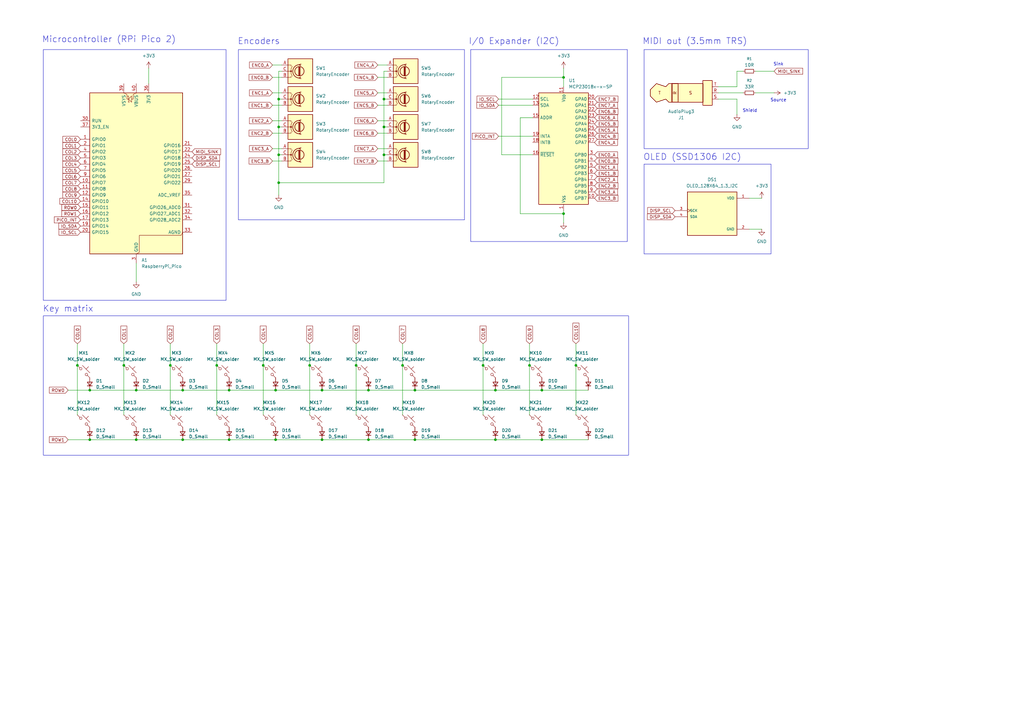
<source format=kicad_sch>
(kicad_sch (version 20250114) (generator "eeschema") (generator_version "9.0")
  (paper "A3")
  (title_block (title "Motherboard") (date "2025-10-30") (rev "1") (company "Brainchild"))
  (lib_symbols
    (symbol "Connector_Audio:AudioPlug3"
      (property "Reference" "J" (at 1.27 6.35 0))
      (property "Value" "AudioPlug3" (at 1.27 -6.35 0))
      (symbol "AudioPlug3_0_0"
        (text "R" (at -2.54 0 900) (effects (font (size 1.27 1.27))))
      )
      (symbol "AudioPlug3_1_0"
        (text "T" (at -8.89 0 0) (effects (font (size 1.27 1.27))))
        (text "S" (at 3.81 0 0) (effects (font (size 1.27 1.27))))
      )
      (symbol "AudioPlug3_1_1"
        (pin passive line (at 15.24 2.54 180) (length 2.54) (name "~") (number "S"))
        (pin passive line (at 15.24 0 180) (length 2.54) (name "~") (number "R"))
        (pin passive line (at 15.24 -2.54 180) (length 2.54) (name "~") (number "T"))
      )
    )
    (symbol "Device:D_Small" (pin_numbers (hide yes)) (pin_names (offset 0.254) (hide yes))
      (property "Reference" "D" (at -1.27 2.032 0))
      (property "Value" "D_Small" (at -3.81 -2.032 0))
      (symbol "D_Small_1_1"
        (pin passive line (at -2.54 0 0) (length 1.778) (name "K") (number "1"))
        (pin passive line (at 2.54 0 180) (length 1.778) (name "A") (number "2"))
      )
    )
    (symbol "Device:R_Small" (pin_numbers (hide yes)) (pin_names (offset 0.254) (hide yes))
      (property "Reference" "R" (at 0 0 90))
      (property "Value" "R_Small" (at 1.778 0 90))
      (symbol "R_Small_1_1"
        (pin passive line (at 0 2.54 270) (length 0.762) (name "~") (number "1"))
        (pin passive line (at 0 -2.54 90) (length 0.762) (name "~") (number "2"))
      )
    )
    (symbol "Device:RotaryEncoder" (pin_names (offset 0.254) (hide yes))
      (property "Reference" "SW" (at 0 6.604 0))
      (property "Value" "RotaryEncoder" (at 0 -6.604 0))
      (symbol "RotaryEncoder_1_1"
        (pin passive line (at -7.62 2.54 0) (length 2.54) (name "A") (number "A"))
        (pin passive line (at -7.62 0 0) (length 2.54) (name "C") (number "C"))
        (pin passive line (at -7.62 -2.54 0) (length 2.54) (name "B") (number "B"))
      )
    )
    (symbol "Interface_Expansion:MCP23018x-x-SP"
      (property "Reference" "U" (at -9.398 24.638 0))
      (property "Value" "MCP23018x-x-SP" (at 11.176 24.638 0))
      (symbol "MCP23018x-x-SP_1_1"
        (pin input line (at -12.7 20.32 0) (length 2.54) (name "SCL") (number "12"))
        (pin bidirectional line (at -12.7 17.78 0) (length 2.54) (name "SDA") (number "13"))
        (pin input line (at -12.7 12.7 0) (length 2.54) (name "ADDR") (number "15"))
        (pin output line (at -12.7 5.08 0) (length 2.54) (name "INTA") (number "19"))
        (pin output line (at -12.7 2.54 0) (length 2.54) (name "INTB") (number "18"))
        (pin input line (at -12.7 -2.54 0) (length 2.54) (name "~{RESET}") (number "16"))
        (pin no_connect line (at -10.16 -12.7 0) (length 2.54) (hide yes) (name "NC") (number "2"))
        (pin no_connect line (at -10.16 -15.24 0) (length 2.54) (hide yes) (name "NC") (number "14"))
        (pin no_connect line (at -10.16 -17.78 0) (length 2.54) (hide yes) (name "NC") (number "17"))
        (pin no_connect line (at -10.16 -20.32 0) (length 2.54) (hide yes) (name "NC") (number "28"))
        (pin power_in line (at 0 25.4 270) (length 2.54) (name "V_{DD}") (number "11"))
        (pin power_in line (at 0 -25.4 90) (length 2.54) (name "V_{SS}") (number "1"))
        (pin bidirectional line (at 12.7 20.32 180) (length 2.54) (name "GPA0") (number "20"))
        (pin bidirectional line (at 12.7 17.78 180) (length 2.54) (name "GPA1") (number "21"))
        (pin bidirectional line (at 12.7 15.24 180) (length 2.54) (name "GPA2") (number "22"))
        (pin bidirectional line (at 12.7 12.7 180) (length 2.54) (name "GPA3") (number "23"))
        (pin bidirectional line (at 12.7 10.16 180) (length 2.54) (name "GPA4") (number "24"))
        (pin bidirectional line (at 12.7 7.62 180) (length 2.54) (name "GPA5") (number "25"))
        (pin bidirectional line (at 12.7 5.08 180) (length 2.54) (name "GPA6") (number "26"))
        (pin bidirectional line (at 12.7 2.54 180) (length 2.54) (name "GPA7") (number "27"))
        (pin bidirectional line (at 12.7 -2.54 180) (length 2.54) (name "GPB0") (number "3"))
        (pin bidirectional line (at 12.7 -5.08 180) (length 2.54) (name "GPB1") (number "4"))
        (pin bidirectional line (at 12.7 -7.62 180) (length 2.54) (name "GPB2") (number "5"))
        (pin bidirectional line (at 12.7 -10.16 180) (length 2.54) (name "GPB3") (number "6"))
        (pin bidirectional line (at 12.7 -12.7 180) (length 2.54) (name "GPB4") (number "7"))
        (pin bidirectional line (at 12.7 -15.24 180) (length 2.54) (name "GPB5") (number "8"))
        (pin bidirectional line (at 12.7 -17.78 180) (length 2.54) (name "GPB6") (number "9"))
        (pin bidirectional line (at 12.7 -20.32 180) (length 2.54) (name "GPB7") (number "10"))
      )
    )
    (symbol "MCU_Module:RaspberryPi_Pico" (pin_names (offset 0.762))
      (property "Reference" "A" (at -19.05 35.56 0))
      (property "Value" "RaspberryPi_Pico" (at 7.62 35.56 0))
      (symbol "RaspberryPi_Pico_1_1"
        (pin passive line (at -22.86 22.86 0) (length 3.81) (name "RUN") (number "30"))
        (pin passive line (at -22.86 20.32 0) (length 3.81) (name "3V3_EN") (number "37"))
        (pin bidirectional line (at -22.86 15.24 0) (length 3.81) (name "GPIO0") (number "1"))
        (pin bidirectional line (at -22.86 12.7 0) (length 3.81) (name "GPIO1") (number "2"))
        (pin bidirectional line (at -22.86 10.16 0) (length 3.81) (name "GPIO2") (number "4"))
        (pin bidirectional line (at -22.86 7.62 0) (length 3.81) (name "GPIO3") (number "5"))
        (pin bidirectional line (at -22.86 5.08 0) (length 3.81) (name "GPIO4") (number "6"))
        (pin bidirectional line (at -22.86 2.54 0) (length 3.81) (name "GPIO5") (number "7"))
        (pin bidirectional line (at -22.86 0 0) (length 3.81) (name "GPIO6") (number "9"))
        (pin bidirectional line (at -22.86 -2.54 0) (length 3.81) (name "GPIO7") (number "10"))
        (pin bidirectional line (at -22.86 -5.08 0) (length 3.81) (name "GPIO8") (number "11"))
        (pin bidirectional line (at -22.86 -7.62 0) (length 3.81) (name "GPIO9") (number "12"))
        (pin bidirectional line (at -22.86 -10.16 0) (length 3.81) (name "GPIO10") (number "14"))
        (pin bidirectional line (at -22.86 -12.7 0) (length 3.81) (name "GPIO11") (number "15"))
        (pin bidirectional line (at -22.86 -15.24 0) (length 3.81) (name "GPIO12") (number "16"))
        (pin bidirectional line (at -22.86 -17.78 0) (length 3.81) (name "GPIO13") (number "17"))
        (pin bidirectional line (at -22.86 -20.32 0) (length 3.81) (name "GPIO14") (number "19"))
        (pin bidirectional line (at -22.86 -22.86 0) (length 3.81) (name "GPIO15") (number "20"))
        (pin power_in line (at -5.08 38.1 270) (length 3.81) (name "VSYS") (number "39"))
        (pin power_out line (at 0 38.1 270) (length 3.81) (name "VBUS") (number "40"))
        (pin passive line (at 0 -35.56 90) (length 3.81) (hide yes) (name "GND") (number "13"))
        (pin passive line (at 0 -35.56 90) (length 3.81) (hide yes) (name "GND") (number "18"))
        (pin passive line (at 0 -35.56 90) (length 3.81) (hide yes) (name "GND") (number "23"))
        (pin passive line (at 0 -35.56 90) (length 3.81) (hide yes) (name "GND") (number "28"))
        (pin power_out line (at 0 -35.56 90) (length 3.81) (name "GND") (number "3"))
        (pin passive line (at 0 -35.56 90) (length 3.81) (hide yes) (name "GND") (number "38"))
        (pin passive line (at 0 -35.56 90) (length 3.81) (hide yes) (name "GND") (number "8"))
        (pin power_out line (at 5.08 38.1 270) (length 3.81) (name "3V3") (number "36"))
        (pin bidirectional line (at 22.86 12.7 180) (length 3.81) (name "GPIO16") (number "21"))
        (pin bidirectional line (at 22.86 10.16 180) (length 3.81) (name "GPIO17") (number "22"))
        (pin bidirectional line (at 22.86 7.62 180) (length 3.81) (name "GPIO18") (number "24"))
        (pin bidirectional line (at 22.86 5.08 180) (length 3.81) (name "GPIO19") (number "25"))
        (pin bidirectional line (at 22.86 2.54 180) (length 3.81) (name "GPIO20") (number "26"))
        (pin bidirectional line (at 22.86 0 180) (length 3.81) (name "GPIO21") (number "27"))
        (pin bidirectional line (at 22.86 -2.54 180) (length 3.81) (name "GPIO22") (number "29"))
        (pin power_in line (at 22.86 -7.62 180) (length 3.81) (name "ADC_VREF") (number "35"))
        (pin bidirectional line (at 22.86 -12.7 180) (length 3.81) (name "GPIO26_ADC0") (number "31"))
        (pin bidirectional line (at 22.86 -15.24 180) (length 3.81) (name "GPIO27_ADC1") (number "32"))
        (pin bidirectional line (at 22.86 -17.78 180) (length 3.81) (name "GPIO28_ADC2") (number "34"))
        (pin power_out line (at 22.86 -22.86 180) (length 3.81) (name "AGND") (number "33"))
      )
    )
    (symbol "OLED_128X64_1.3_I2C:OLED_128X64_1.3_I2C" (pin_names (offset 1.016))
      (property "Reference" "DS" (at -10.16 10.922 0))
      (property "Value" "OLED_128X64_1.3_I2C" (at -10.16 -10.16 0))
      (symbol "OLED_128X64_1.3_I2C_0_0"
        (pin input clock (at -15.24 2.54 0) (length 5.08) (name "SCK") (number "3"))
        (pin bidirectional line (at -15.24 0 0) (length 5.08) (name "SDA") (number "4"))
        (pin power_in line (at 15.24 7.62 180) (length 5.08) (name "VDD") (number "1"))
        (pin power_in line (at 15.24 -5.08 180) (length 5.08) (name "GND") (number "2"))
      )
    )
    (symbol "PCM_marbastlib-mx:MX_SW_solder" (pin_numbers (hide yes)) (pin_names (offset 1.016) (hide yes))
      (property "Reference" "MX" (at 3.048 1.016 0))
      (property "Value" "MX_SW_solder" (at 0 -3.81 0))
      (symbol "MX_SW_solder_0_1"
        (pin passive line (at -2.54 2.54 0) (length 0) (name "1") (number "1"))
        (pin passive line (at 2.54 -2.54 180) (length 0) (name "2") (number "2"))
      )
    )
    (symbol "power:+3V3" (power) (pin_numbers (hide yes)) (pin_names (offset 0) (hide yes))
      (property "Value" "+3V3" (at 0 3.556 0))
      (symbol "+3V3_1_1"
        (pin power_in line (at 0 0 90) (length 0) (name "~") (number "1"))
      )
    )
    (symbol "power:GND" (power) (pin_numbers (hide yes)) (pin_names (offset 0) (hide yes))
      (property "Value" "GND" (at 0 -3.81 0))
      (symbol "GND_1_1"
        (pin power_in line (at 0 0 270) (length 0) (name "~") (number "1"))
      )
    )
  )
  (rectangle (start 264.16 67.31) (end 316.23 104.14))
  (rectangle (start 17.78 129.54) (end 257.81 186.69))
  (rectangle (start 264.16 20.32) (end 331.47 60.96))
  (rectangle (start 17.78 20.32) (end 92.71 123.19))
  (rectangle (start 97.79 20.32) (end 190.5 90.17))
  (rectangle (start 193.04 20.32) (end 257.302 99.06))
  (text "Key matrix\n" (at 27.94 126.746 0) (effects (font (size 2.54 2.54))))
  (text "Sink" (at 319.278 26.416 0) (effects (font (size 1.27 1.27))))
  (text "I/0 Expander (I2C)" (at 210.82 17.018 0) (effects (font (size 2.54 2.54))))
  (text "Source" (at 319.278 41.148 0) (effects (font (size 1.27 1.27))))
  (text "Microcontroller (RPi Pico 2)" (at 44.704 16.256 0) (effects (font (size 2.54 2.54))))
  (text "MIDI out (3.5mm TRS)" (at 284.988 17.018 0) (effects (font (size 2.54 2.54))))
  (text "OLED (SSD1306 I2C)\n" (at 283.972 64.516 0) (effects (font (size 2.54 2.54))))
  (text "Encoders" (at 106.172 17.018 0) (effects (font (size 2.54 2.54))))
  (text "Shield\n" (at 307.594 45.466 0) (effects (font (size 1.27 1.27))))
  (junction (at 36.83 160.02))
  (junction (at 132.08 180.34))
  (junction (at 203.2 160.02))
  (junction (at 203.2 180.34))
  (junction (at 217.17 149.86))
  (junction (at 165.1 149.86))
  (junction (at 36.83 180.34))
  (junction (at 55.88 180.34))
  (junction (at 74.93 180.34))
  (junction (at 107.95 149.86))
  (junction (at 157.48 63.5))
  (junction (at 114.3 40.64))
  (junction (at 114.3 52.07))
  (junction (at 231.14 87.63))
  (junction (at 222.25 160.02))
  (junction (at 113.03 180.34))
  (junction (at 157.48 52.07))
  (junction (at 146.05 149.86))
  (junction (at 132.08 160.02))
  (junction (at 114.3 74.93))
  (junction (at 127 149.86))
  (junction (at 236.22 149.86))
  (junction (at 93.98 180.34))
  (junction (at 222.25 180.34))
  (junction (at 55.88 160.02))
  (junction (at 198.12 149.86))
  (junction (at 170.18 180.34))
  (junction (at 151.13 180.34))
  (junction (at 151.13 160.02))
  (junction (at 69.85 149.86))
  (junction (at 93.98 160.02))
  (junction (at 114.3 63.5))
  (junction (at 74.93 160.02))
  (junction (at 31.75 149.86))
  (junction (at 170.18 160.02))
  (junction (at 157.48 40.64))
  (junction (at 231.14 31.75))
  (junction (at 50.8 149.86))
  (junction (at 88.9 149.86))
  (junction (at 113.03 160.02))
  (wire (pts (xy 55.88 107.95) (xy 55.88 115.57)))
  (wire (pts (xy 107.95 140.97) (xy 107.95 149.86)))
  (wire (pts (xy 205.74 31.75) (xy 231.14 31.75)))
  (wire (pts (xy 115.57 60.96) (xy 111.76 60.96)))
  (wire (pts (xy 114.3 74.93) (xy 157.48 74.93)))
  (wire (pts (xy 309.88 38.1) (xy 317.5 38.1)))
  (wire (pts (xy 203.2 160.02) (xy 222.25 160.02)))
  (wire (pts (xy 146.05 149.86) (xy 146.05 170.18)))
  (wire (pts (xy 307.34 93.98) (xy 312.42 93.98)))
  (wire (pts (xy 50.8 149.86) (xy 50.8 170.18)))
  (wire (pts (xy 114.3 63.5) (xy 114.3 74.93)))
  (wire (pts (xy 204.47 55.88) (xy 218.44 55.88)))
  (wire (pts (xy 158.75 49.53) (xy 154.94 49.53)))
  (wire (pts (xy 36.83 180.34) (xy 55.88 180.34)))
  (wire (pts (xy 27.94 180.34) (xy 36.83 180.34)))
  (wire (pts (xy 158.75 26.67) (xy 154.94 26.67)))
  (wire (pts (xy 165.1 149.86) (xy 165.1 170.18)))
  (wire (pts (xy 157.48 40.64) (xy 157.48 52.07)))
  (wire (pts (xy 157.48 52.07) (xy 157.48 63.5)))
  (wire (pts (xy 27.94 160.02) (xy 36.83 160.02)))
  (wire (pts (xy 302.26 35.56) (xy 294.64 35.56)))
  (wire (pts (xy 302.26 40.64) (xy 302.26 46.99)))
  (wire (pts (xy 198.12 140.97) (xy 198.12 149.86)))
  (wire (pts (xy 50.8 140.97) (xy 50.8 149.86)))
  (wire (pts (xy 31.75 140.97) (xy 31.75 149.86)))
  (wire (pts (xy 127 149.86) (xy 127 170.18)))
  (wire (pts (xy 294.64 40.64) (xy 302.26 40.64)))
  (wire (pts (xy 151.13 160.02) (xy 170.18 160.02)))
  (wire (pts (xy 114.3 74.93) (xy 114.3 80.01)))
  (wire (pts (xy 146.05 140.97) (xy 146.05 149.86)))
  (wire (pts (xy 114.3 40.64) (xy 114.3 52.07)))
  (wire (pts (xy 198.12 149.86) (xy 198.12 170.18)))
  (wire (pts (xy 115.57 63.5) (xy 114.3 63.5)))
  (wire (pts (xy 204.47 43.18) (xy 218.44 43.18)))
  (wire (pts (xy 222.25 180.34) (xy 241.3 180.34)))
  (wire (pts (xy 115.57 40.64) (xy 114.3 40.64)))
  (wire (pts (xy 69.85 140.97) (xy 69.85 149.86)))
  (wire (pts (xy 158.75 54.61) (xy 154.94 54.61)))
  (wire (pts (xy 158.75 43.18) (xy 154.94 43.18)))
  (wire (pts (xy 157.48 74.93) (xy 157.48 63.5)))
  (wire (pts (xy 158.75 29.21) (xy 157.48 29.21)))
  (wire (pts (xy 115.57 26.67) (xy 111.76 26.67)))
  (wire (pts (xy 157.48 29.21) (xy 157.48 40.64)))
  (wire (pts (xy 113.03 180.34) (xy 132.08 180.34)))
  (wire (pts (xy 115.57 49.53) (xy 111.76 49.53)))
  (wire (pts (xy 115.57 29.21) (xy 114.3 29.21)))
  (wire (pts (xy 204.47 40.64) (xy 218.44 40.64)))
  (wire (pts (xy 236.22 140.97) (xy 236.22 149.86)))
  (wire (pts (xy 205.74 63.5) (xy 205.74 31.75)))
  (wire (pts (xy 170.18 180.34) (xy 203.2 180.34)))
  (wire (pts (xy 217.17 140.97) (xy 217.17 149.86)))
  (wire (pts (xy 222.25 160.02) (xy 241.3 160.02)))
  (wire (pts (xy 205.74 63.5) (xy 218.44 63.5)))
  (wire (pts (xy 158.75 38.1) (xy 154.94 38.1)))
  (wire (pts (xy 115.57 38.1) (xy 111.76 38.1)))
  (wire (pts (xy 158.75 66.04) (xy 154.94 66.04)))
  (wire (pts (xy 132.08 160.02) (xy 151.13 160.02)))
  (wire (pts (xy 115.57 54.61) (xy 111.76 54.61)))
  (wire (pts (xy 213.36 48.26) (xy 218.44 48.26)))
  (wire (pts (xy 114.3 52.07) (xy 114.3 63.5)))
  (wire (pts (xy 93.98 180.34) (xy 113.03 180.34)))
  (wire (pts (xy 294.64 38.1) (xy 304.8 38.1)))
  (wire (pts (xy 31.75 149.86) (xy 31.75 170.18)))
  (wire (pts (xy 115.57 66.04) (xy 111.76 66.04)))
  (wire (pts (xy 157.48 63.5) (xy 158.75 63.5)))
  (wire (pts (xy 157.48 52.07) (xy 158.75 52.07)))
  (wire (pts (xy 231.14 86.36) (xy 231.14 87.63)))
  (wire (pts (xy 236.22 149.86) (xy 236.22 170.18)))
  (wire (pts (xy 115.57 52.07) (xy 114.3 52.07)))
  (wire (pts (xy 302.26 29.21) (xy 302.26 35.56)))
  (wire (pts (xy 132.08 180.34) (xy 151.13 180.34)))
  (wire (pts (xy 55.88 160.02) (xy 74.93 160.02)))
  (wire (pts (xy 170.18 160.02) (xy 203.2 160.02)))
  (wire (pts (xy 113.03 160.02) (xy 132.08 160.02)))
  (wire (pts (xy 231.14 87.63) (xy 231.14 91.44)))
  (wire (pts (xy 151.13 180.34) (xy 170.18 180.34)))
  (wire (pts (xy 217.17 149.86) (xy 217.17 170.18)))
  (wire (pts (xy 74.93 180.34) (xy 93.98 180.34)))
  (wire (pts (xy 203.2 180.34) (xy 222.25 180.34)))
  (wire (pts (xy 158.75 31.75) (xy 154.94 31.75)))
  (wire (pts (xy 74.93 160.02) (xy 93.98 160.02)))
  (wire (pts (xy 165.1 140.97) (xy 165.1 149.86)))
  (wire (pts (xy 307.34 81.28) (xy 312.42 81.28)))
  (wire (pts (xy 213.36 48.26) (xy 213.36 87.63)))
  (wire (pts (xy 115.57 31.75) (xy 111.76 31.75)))
  (wire (pts (xy 60.96 27.94) (xy 60.96 34.29)))
  (wire (pts (xy 302.26 29.21) (xy 304.8 29.21)))
  (wire (pts (xy 55.88 180.34) (xy 74.93 180.34)))
  (wire (pts (xy 115.57 43.18) (xy 111.76 43.18)))
  (wire (pts (xy 88.9 149.86) (xy 88.9 170.18)))
  (wire (pts (xy 88.9 140.97) (xy 88.9 149.86)))
  (wire (pts (xy 93.98 160.02) (xy 113.03 160.02)))
  (wire (pts (xy 107.95 149.86) (xy 107.95 170.18)))
  (wire (pts (xy 231.14 31.75) (xy 231.14 35.56)))
  (wire (pts (xy 114.3 29.21) (xy 114.3 40.64)))
  (wire (pts (xy 231.14 27.94) (xy 231.14 31.75)))
  (wire (pts (xy 213.36 87.63) (xy 231.14 87.63)))
  (wire (pts (xy 36.83 160.02) (xy 55.88 160.02)))
  (wire (pts (xy 309.88 29.21) (xy 317.5 29.21)))
  (wire (pts (xy 127 140.97) (xy 127 149.86)))
  (wire (pts (xy 158.75 60.96) (xy 154.94 60.96)))
  (wire (pts (xy 69.85 149.86) (xy 69.85 170.18)))
  (wire (pts (xy 157.48 40.64) (xy 158.75 40.64)))
  (global_label "COL9" (shape input) (at 33.02 80.01 180) (property "Intersheetrefs" "${INTERSHEET_REFS}" (effects (hide yes))))
  (global_label "ENC4_B" (shape input) (at 243.84 55.88 0) (property "Intersheetrefs" "${INTERSHEET_REFS}" (effects (hide yes))))
  (global_label "COL1" (shape input) (at 50.8 140.97 90) (property "Intersheetrefs" "${INTERSHEET_REFS}" (effects (hide yes))))
  (global_label "ENC6_B" (shape input) (at 154.94 54.61 180) (property "Intersheetrefs" "${INTERSHEET_REFS}" (effects (hide yes))))
  (global_label "ENC7_A" (shape input) (at 154.94 60.96 180) (property "Intersheetrefs" "${INTERSHEET_REFS}" (effects (hide yes))))
  (global_label "COL1" (shape input) (at 33.02 59.69 180) (property "Intersheetrefs" "${INTERSHEET_REFS}" (effects (hide yes))))
  (global_label "ENC0_B" (shape input) (at 111.76 31.75 180) (property "Intersheetrefs" "${INTERSHEET_REFS}" (effects (hide yes))))
  (global_label "COL10" (shape input) (at 33.02 82.55 180) (property "Intersheetrefs" "${INTERSHEET_REFS}" (effects (hide yes))))
  (global_label "ENC6_A" (shape input) (at 154.94 49.53 180) (property "Intersheetrefs" "${INTERSHEET_REFS}" (effects (hide yes))))
  (global_label "DISP_SCL" (shape input) (at 78.74 67.31 0) (property "Intersheetrefs" "${INTERSHEET_REFS}" (effects (hide yes))))
  (global_label "IO_SDA" (shape input) (at 204.47 43.18 180) (property "Intersheetrefs" "${INTERSHEET_REFS}" (effects (hide yes))))
  (global_label "ENC2_A" (shape input) (at 243.84 73.66 0) (property "Intersheetrefs" "${INTERSHEET_REFS}" (effects (hide yes))))
  (global_label "ROW1" (shape input) (at 27.94 180.34 180) (property "Intersheetrefs" "${INTERSHEET_REFS}" (effects (hide yes))))
  (global_label "COL6" (shape input) (at 146.05 140.97 90) (property "Intersheetrefs" "${INTERSHEET_REFS}" (effects (hide yes))))
  (global_label "ENC3_A" (shape input) (at 243.84 78.74 0) (property "Intersheetrefs" "${INTERSHEET_REFS}" (effects (hide yes))))
  (global_label "COL0" (shape input) (at 31.75 140.97 90) (property "Intersheetrefs" "${INTERSHEET_REFS}" (effects (hide yes))))
  (global_label "ENC7_A" (shape input) (at 243.84 43.18 0) (property "Intersheetrefs" "${INTERSHEET_REFS}" (effects (hide yes))))
  (global_label "MIDI_SINK" (shape input) (at 317.5 29.21 0) (property "Intersheetrefs" "${INTERSHEET_REFS}" (effects (hide yes))))
  (global_label "IO_SCL" (shape input) (at 33.02 95.25 180) (property "Intersheetrefs" "${INTERSHEET_REFS}" (effects (hide yes))))
  (global_label "DISP_SDA" (shape input) (at 276.86 88.9 180) (property "Intersheetrefs" "${INTERSHEET_REFS}" (effects (hide yes))))
  (global_label "ENC7_B" (shape input) (at 154.94 66.04 180) (property "Intersheetrefs" "${INTERSHEET_REFS}" (effects (hide yes))))
  (global_label "COL5" (shape input) (at 127 140.97 90) (property "Intersheetrefs" "${INTERSHEET_REFS}" (effects (hide yes))))
  (global_label "ENC5_A" (shape input) (at 154.94 38.1 180) (property "Intersheetrefs" "${INTERSHEET_REFS}" (effects (hide yes))))
  (global_label "ENC1_B" (shape input) (at 111.76 43.18 180) (property "Intersheetrefs" "${INTERSHEET_REFS}" (effects (hide yes))))
  (global_label "COL8" (shape input) (at 33.02 77.47 180) (property "Intersheetrefs" "${INTERSHEET_REFS}" (effects (hide yes))))
  (global_label "IO_SDA" (shape input) (at 33.02 92.71 180) (property "Intersheetrefs" "${INTERSHEET_REFS}" (effects (hide yes))))
  (global_label "ROW1" (shape input) (at 33.02 87.63 180) (property "Intersheetrefs" "${INTERSHEET_REFS}" (effects (hide yes))))
  (global_label "ENC1_A" (shape input) (at 111.76 38.1 180) (property "Intersheetrefs" "${INTERSHEET_REFS}" (effects (hide yes))))
  (global_label "ENC3_A" (shape input) (at 111.76 60.96 180) (property "Intersheetrefs" "${INTERSHEET_REFS}" (effects (hide yes))))
  (global_label "COL4" (shape input) (at 33.02 67.31 180) (property "Intersheetrefs" "${INTERSHEET_REFS}" (effects (hide yes))))
  (global_label "COL7" (shape input) (at 165.1 140.97 90) (property "Intersheetrefs" "${INTERSHEET_REFS}" (effects (hide yes))))
  (global_label "ENC4_A" (shape input) (at 243.84 58.42 0) (property "Intersheetrefs" "${INTERSHEET_REFS}" (effects (hide yes))))
  (global_label "COL9" (shape input) (at 217.17 140.97 90) (property "Intersheetrefs" "${INTERSHEET_REFS}" (effects (hide yes))))
  (global_label "ENC4_B" (shape input) (at 154.94 31.75 180) (property "Intersheetrefs" "${INTERSHEET_REFS}" (effects (hide yes))))
  (global_label "COL4" (shape input) (at 107.95 140.97 90) (property "Intersheetrefs" "${INTERSHEET_REFS}" (effects (hide yes))))
  (global_label "COL3" (shape input) (at 88.9 140.97 90) (property "Intersheetrefs" "${INTERSHEET_REFS}" (effects (hide yes))))
  (global_label "COL0" (shape input) (at 33.02 57.15 180) (property "Intersheetrefs" "${INTERSHEET_REFS}" (effects (hide yes))))
  (global_label "ENC0_B" (shape input) (at 243.84 66.04 0) (property "Intersheetrefs" "${INTERSHEET_REFS}" (effects (hide yes))))
  (global_label "ENC7_B" (shape input) (at 243.84 40.64 0) (property "Intersheetrefs" "${INTERSHEET_REFS}" (effects (hide yes))))
  (global_label "ENC3_B" (shape input) (at 243.84 81.28 0) (property "Intersheetrefs" "${INTERSHEET_REFS}" (effects (hide yes))))
  (global_label "ENC2_B" (shape input) (at 111.76 54.61 180) (property "Intersheetrefs" "${INTERSHEET_REFS}" (effects (hide yes))))
  (global_label "ENC5_B" (shape input) (at 154.94 43.18 180) (property "Intersheetrefs" "${INTERSHEET_REFS}" (effects (hide yes))))
  (global_label "PICO_INT" (shape input) (at 204.47 55.88 180) (property "Intersheetrefs" "${INTERSHEET_REFS}" (effects (hide yes))))
  (global_label "ENC5_B" (shape input) (at 243.84 50.8 0) (property "Intersheetrefs" "${INTERSHEET_REFS}" (effects (hide yes))))
  (global_label "ENC1_B" (shape input) (at 243.84 71.12 0) (property "Intersheetrefs" "${INTERSHEET_REFS}" (effects (hide yes))))
  (global_label "ENC3_B" (shape input) (at 111.76 66.04 180) (property "Intersheetrefs" "${INTERSHEET_REFS}" (effects (hide yes))))
  (global_label "COL6" (shape input) (at 33.02 72.39 180) (property "Intersheetrefs" "${INTERSHEET_REFS}" (effects (hide yes))))
  (global_label "DISP_SCL" (shape input) (at 276.86 86.36 180) (property "Intersheetrefs" "${INTERSHEET_REFS}" (effects (hide yes))))
  (global_label "COL2" (shape input) (at 33.02 62.23 180) (property "Intersheetrefs" "${INTERSHEET_REFS}" (effects (hide yes))))
  (global_label "ENC5_A" (shape input) (at 243.84 53.34 0) (property "Intersheetrefs" "${INTERSHEET_REFS}" (effects (hide yes))))
  (global_label "IO_SCL" (shape input) (at 204.47 40.64 180) (property "Intersheetrefs" "${INTERSHEET_REFS}" (effects (hide yes))))
  (global_label "ROW0" (shape input) (at 33.02 85.09 180) (effects (font (thickness 0.1588))) (property "Intersheetrefs" "${INTERSHEET_REFS}" (effects (hide yes))))
  (global_label "ENC4_A" (shape input) (at 154.94 26.67 180) (property "Intersheetrefs" "${INTERSHEET_REFS}" (effects (hide yes))))
  (global_label "ENC2_B" (shape input) (at 243.84 76.2 0) (property "Intersheetrefs" "${INTERSHEET_REFS}" (effects (hide yes))))
  (global_label "COL7" (shape input) (at 33.02 74.93 180) (property "Intersheetrefs" "${INTERSHEET_REFS}" (effects (hide yes))))
  (global_label "ENC6_B" (shape input) (at 243.84 45.72 0) (property "Intersheetrefs" "${INTERSHEET_REFS}" (effects (hide yes))))
  (global_label "COL3" (shape input) (at 33.02 64.77 180) (property "Intersheetrefs" "${INTERSHEET_REFS}" (effects (hide yes))))
  (global_label "ENC0_A" (shape input) (at 111.76 26.67 180) (property "Intersheetrefs" "${INTERSHEET_REFS}" (effects (hide yes))))
  (global_label "COL10" (shape input) (at 236.22 140.97 90) (property "Intersheetrefs" "${INTERSHEET_REFS}" (effects (hide yes))))
  (global_label "ENC2_A" (shape input) (at 111.76 49.53 180) (property "Intersheetrefs" "${INTERSHEET_REFS}" (effects (hide yes))))
  (global_label "COL5" (shape input) (at 33.02 69.85 180) (property "Intersheetrefs" "${INTERSHEET_REFS}" (effects (hide yes))))
  (global_label "ENC6_A" (shape input) (at 243.84 48.26 0) (property "Intersheetrefs" "${INTERSHEET_REFS}" (effects (hide yes))))
  (global_label "PICO_INT" (shape input) (at 33.02 90.17 180) (property "Intersheetrefs" "${INTERSHEET_REFS}" (effects (hide yes))))
  (global_label "COL8" (shape input) (at 198.12 140.97 90) (property "Intersheetrefs" "${INTERSHEET_REFS}" (effects (hide yes))))
  (global_label "MIDI_SINK" (shape input) (at 78.74 62.23 0) (property "Intersheetrefs" "${INTERSHEET_REFS}" (effects (hide yes))))
  (global_label "ENC0_A" (shape input) (at 243.84 63.5 0) (property "Intersheetrefs" "${INTERSHEET_REFS}" (effects (hide yes))))
  (global_label "DISP_SDA" (shape input) (at 78.74 64.77 0) (property "Intersheetrefs" "${INTERSHEET_REFS}" (effects (hide yes))))
  (global_label "COL2" (shape input) (at 69.85 140.97 90) (property "Intersheetrefs" "${INTERSHEET_REFS}" (effects (hide yes))))
  (global_label "ENC1_A" (shape input) (at 243.84 68.58 0) (property "Intersheetrefs" "${INTERSHEET_REFS}" (effects (hide yes))))
  (global_label "ROW0" (shape input) (at 27.94 160.02 180) (property "Intersheetrefs" "${INTERSHEET_REFS}" (effects (hide yes))))
  (symbol (lib_id "Device:D_Small") (at 170.18 157.48 90) (unit 1)
    (property "Reference" "D8" (at 172.72 156.2099 90) (effects (justify right)))
    (property "Value" "D_Small" (at 172.72 158.7499 90) (effects (justify right)))
    (property "Footprint" "Diode_THT:D_DO-35_SOD27_P7.62mm_Horizontal" (effects (hide yes)))
    (property "Description" "Diode, small symbol" (effects (hide yes)))
    (property "Sim.Device" "D" (effects (hide yes)))
    (property "Sim.Pins" "1=K 2=A" (effects (hide yes)))
  )
  (symbol (lib_id "Device:RotaryEncoder") (at 123.19 29.21 0) (unit 1)
    (property "Reference" "SW1" (at 129.54 27.9399 0) (effects (justify left)))
    (property "Value" "RotaryEncoder" (at 129.54 30.4799 0) (effects (justify left)))
    (property "Footprint" "Rotary_Encoder:RotaryEncoder_Bourns_Vertical_PEC12R-3x17F-Nxxxx" (effects (hide yes)))
    (property "Description" "Rotary encoder, dual channel, incremental quadrate outputs" (effects (hide yes)))
  )
  (symbol (lib_id "PCM_marbastlib-mx:MX_SW_solder") (at 53.34 152.4 0) (unit 1)
    (property "Reference" "MX2" (at 53.34 144.78 0))
    (property "Value" "MX_SW_solder" (at 53.34 147.32 0))
    (property "Footprint" "PCM_Switch_Keyboard_Cherry_MX:SW_Cherry_MX_PCB_1.00u" (effects (hide yes)))
    (property "Description" "Push button switch, normally open, two pins, 45° tilted" (effects (hide yes)))
  )
  (symbol (lib_id "Device:D_Small") (at 241.3 177.8 90) (unit 1)
    (property "Reference" "D22" (at 243.84 176.5299 90) (effects (justify right)))
    (property "Value" "D_Small" (at 243.84 179.0699 90) (effects (justify right)))
    (property "Footprint" "Diode_THT:D_DO-35_SOD27_P7.62mm_Horizontal" (effects (hide yes)))
    (property "Description" "Diode, small symbol" (effects (hide yes)))
    (property "Sim.Device" "D" (effects (hide yes)))
    (property "Sim.Pins" "1=K 2=A" (effects (hide yes)))
  )
  (symbol (lib_id "Device:D_Small") (at 151.13 177.8 90) (unit 1)
    (property "Reference" "D18" (at 153.67 176.5299 90) (effects (justify right)))
    (property "Value" "D_Small" (at 153.67 179.0699 90) (effects (justify right)))
    (property "Footprint" "Diode_THT:D_DO-35_SOD27_P7.62mm_Horizontal" (effects (hide yes)))
    (property "Description" "Diode, small symbol" (effects (hide yes)))
    (property "Sim.Device" "D" (effects (hide yes)))
    (property "Sim.Pins" "1=K 2=A" (effects (hide yes)))
  )
  (symbol (lib_id "power:+3V3") (at 317.5 38.1 270) (unit 1)
    (property "Reference" "#PWR07" (effects (hide yes)))
    (property "Value" "+3V3" (at 321.31 38.0999 90) (effects (justify left)))
    (property "Description" "Power symbol creates a global label with name \"+3V3\"" (effects (hide yes)))
  )
  (symbol (lib_id "Device:D_Small") (at 170.18 177.8 90) (unit 1)
    (property "Reference" "D19" (at 172.72 176.5299 90) (effects (justify right)))
    (property "Value" "D_Small" (at 172.72 179.0699 90) (effects (justify right)))
    (property "Footprint" "Diode_THT:D_DO-35_SOD27_P7.62mm_Horizontal" (effects (hide yes)))
    (property "Description" "Diode, small symbol" (effects (hide yes)))
    (property "Sim.Device" "D" (effects (hide yes)))
    (property "Sim.Pins" "1=K 2=A" (effects (hide yes)))
  )
  (symbol (lib_id "PCM_marbastlib-mx:MX_SW_solder") (at 72.39 152.4 0) (unit 1)
    (property "Reference" "MX3" (at 72.39 144.78 0))
    (property "Value" "MX_SW_solder" (at 72.39 147.32 0))
    (property "Footprint" "PCM_Switch_Keyboard_Cherry_MX:SW_Cherry_MX_PCB_1.00u" (effects (hide yes)))
    (property "Description" "Push button switch, normally open, two pins, 45° tilted" (effects (hide yes)))
  )
  (symbol (lib_id "Device:D_Small") (at 36.83 157.48 90) (unit 1)
    (property "Reference" "D1" (at 39.37 156.2099 90) (effects (justify right)))
    (property "Value" "D_Small" (at 39.37 158.7499 90) (effects (justify right)))
    (property "Footprint" "Diode_THT:D_DO-35_SOD27_P7.62mm_Horizontal" (effects (hide yes)))
    (property "Description" "Diode, small symbol" (effects (hide yes)))
    (property "Sim.Device" "D" (effects (hide yes)))
    (property "Sim.Pins" "1=K 2=A" (effects (hide yes)))
  )
  (symbol (lib_id "Device:D_Small") (at 222.25 177.8 90) (unit 1)
    (property "Reference" "D21" (at 224.79 176.5299 90) (effects (justify right)))
    (property "Value" "D_Small" (at 224.79 179.0699 90) (effects (justify right)))
    (property "Footprint" "Diode_THT:D_DO-35_SOD27_P7.62mm_Horizontal" (effects (hide yes)))
    (property "Description" "Diode, small symbol" (effects (hide yes)))
    (property "Sim.Device" "D" (effects (hide yes)))
    (property "Sim.Pins" "1=K 2=A" (effects (hide yes)))
  )
  (symbol (lib_id "PCM_marbastlib-mx:MX_SW_solder") (at 238.76 152.4 0) (unit 1)
    (property "Reference" "MX11" (at 238.76 144.78 0))
    (property "Value" "MX_SW_solder" (at 238.76 147.32 0))
    (property "Footprint" "PCM_Switch_Keyboard_Cherry_MX:SW_Cherry_MX_PCB_1.00u" (effects (hide yes)))
    (property "Description" "Push button switch, normally open, two pins, 45° tilted" (effects (hide yes)))
  )
  (symbol (lib_id "Device:D_Small") (at 93.98 177.8 90) (unit 1)
    (property "Reference" "D15" (at 96.52 176.5299 90) (effects (justify right)))
    (property "Value" "D_Small" (at 96.52 179.0699 90) (effects (justify right)))
    (property "Footprint" "Diode_THT:D_DO-35_SOD27_P7.62mm_Horizontal" (effects (hide yes)))
    (property "Description" "Diode, small symbol" (effects (hide yes)))
    (property "Sim.Device" "D" (effects (hide yes)))
    (property "Sim.Pins" "1=K 2=A" (effects (hide yes)))
  )
  (symbol (lib_id "PCM_marbastlib-mx:MX_SW_solder") (at 200.66 172.72 0) (unit 1)
    (property "Reference" "MX20" (at 200.66 165.1 0))
    (property "Value" "MX_SW_solder" (at 200.66 167.64 0))
    (property "Footprint" "PCM_Switch_Keyboard_Cherry_MX:SW_Cherry_MX_PCB_1.00u" (effects (hide yes)))
    (property "Description" "Push button switch, normally open, two pins, 45° tilted" (effects (hide yes)))
  )
  (symbol (lib_id "PCM_marbastlib-mx:MX_SW_solder") (at 148.59 172.72 0) (unit 1)
    (property "Reference" "MX18" (at 148.59 165.1 0))
    (property "Value" "MX_SW_solder" (at 148.59 167.64 0))
    (property "Footprint" "PCM_Switch_Keyboard_Cherry_MX:SW_Cherry_MX_PCB_1.00u" (effects (hide yes)))
    (property "Description" "Push button switch, normally open, two pins, 45° tilted" (effects (hide yes)))
  )
  (symbol (lib_id "OLED_128X64_1.3_I2C:OLED_128X64_1.3_I2C") (at 292.1 88.9 0) (unit 1)
    (property "Reference" "DS1" (at 292.1 73.66 0))
    (property "Value" "OLED_128X64_1.3_I2C" (at 292.1 76.2 0))
    (property "Footprint" "OLED_128X64_1.3_I2C:LCD_OLED_128X64_1.3_I2C" (effects (hide yes)))
    (property "MF" "UNIVERSAL-SOLDER Electronics Ltd" (effects (hide yes)))
    (property "Description_1" "Non-Touch Graphic LCD Display Module Transmissive White OLED, Monochrome I2C 1.3 (33.02mm) 128 x 64" (effects (hide yes)))
    (property "Package" "None" (effects (hide yes)))
    (property "Price" "None" (effects (hide yes)))
    (property "Check_prices" "https://www.snapeda.com/parts/OLED%20128x64%201.3%22%20I2C/UNIVERSAL-SOLDER+Electronics+Ltd/view-part/?ref=eda" (effects (hide yes)))
    (property "STANDARD" "Manufacturer Recommendations" (effects (hide yes)))
    (property "PARTREV" "NA" (effects (hide yes)))
    (property "SnapEDA_Link" "https://www.snapeda.com/parts/OLED%20128x64%201.3%22%20I2C/UNIVERSAL-SOLDER+Electronics+Ltd/view-part/?ref=snap" (effects (hide yes)))
    (property "MP" "OLED 128x64 1.3&quot; I2C" (effects (hide yes)))
    (property "Availability" "Not in stock" (effects (hide yes)))
    (property "MANUFACTURER" "UNIVERSAL-SOLDER Electronics Ltd" (effects (hide yes)))
  )
  (symbol (lib_id "Device:RotaryEncoder") (at 123.19 63.5 0) (unit 1)
    (property "Reference" "SW4" (at 129.54 62.2299 0) (effects (justify left)))
    (property "Value" "RotaryEncoder" (at 129.54 64.7699 0) (effects (justify left)))
    (property "Footprint" "Rotary_Encoder:RotaryEncoder_Bourns_Vertical_PEC12R-3x17F-Nxxxx" (effects (hide yes)))
    (property "Description" "Rotary encoder, dual channel, incremental quadrate outputs" (effects (hide yes)))
  )
  (symbol (lib_id "PCM_marbastlib-mx:MX_SW_solder") (at 110.49 152.4 0) (unit 1)
    (property "Reference" "MX5" (at 110.49 144.78 0))
    (property "Value" "MX_SW_solder" (at 110.49 147.32 0))
    (property "Footprint" "PCM_Switch_Keyboard_Cherry_MX:SW_Cherry_MX_PCB_1.00u" (effects (hide yes)))
    (property "Description" "Push button switch, normally open, two pins, 45° tilted" (effects (hide yes)))
  )
  (symbol (lib_id "PCM_marbastlib-mx:MX_SW_solder") (at 34.29 152.4 0) (unit 1)
    (property "Reference" "MX1" (at 34.29 144.78 0))
    (property "Value" "MX_SW_solder" (at 34.29 147.32 0))
    (property "Footprint" "PCM_Switch_Keyboard_Cherry_MX:SW_Cherry_MX_PCB_1.00u" (effects (hide yes)))
    (property "Description" "Push button switch, normally open, two pins, 45° tilted" (effects (hide yes)))
  )
  (symbol (lib_id "Device:D_Small") (at 132.08 157.48 90) (unit 1)
    (property "Reference" "D6" (at 134.62 156.2099 90) (effects (justify right)))
    (property "Value" "D_Small" (at 134.62 158.7499 90) (effects (justify right)))
    (property "Footprint" "Diode_THT:D_DO-35_SOD27_P7.62mm_Horizontal" (effects (hide yes)))
    (property "Description" "Diode, small symbol" (effects (hide yes)))
    (property "Sim.Device" "D" (effects (hide yes)))
    (property "Sim.Pins" "1=K 2=A" (effects (hide yes)))
  )
  (symbol (lib_id "power:+3V3") (at 312.42 81.28 0) (unit 1)
    (property "Reference" "#PWR08" (effects (hide yes)))
    (property "Value" "+3V3" (at 312.42 76.2 0))
    (property "Description" "Power symbol creates a global label with name \"+3V3\"" (effects (hide yes)))
  )
  (symbol (lib_id "Device:D_Small") (at 55.88 157.48 90) (unit 1)
    (property "Reference" "D2" (at 58.42 156.2099 90) (effects (justify right)))
    (property "Value" "D_Small" (at 58.42 158.7499 90) (effects (justify right)))
    (property "Footprint" "Diode_THT:D_DO-35_SOD27_P7.62mm_Horizontal" (effects (hide yes)))
    (property "Description" "Diode, small symbol" (effects (hide yes)))
    (property "Sim.Device" "D" (effects (hide yes)))
    (property "Sim.Pins" "1=K 2=A" (effects (hide yes)))
  )
  (symbol (lib_id "Device:R_Small") (at 307.34 29.21 90) (unit 1)
    (property "Reference" "R1" (at 307.34 24.13 90) (effects (font (size 1.016 1.016))))
    (property "Value" "10R" (at 307.34 26.67 90))
    (property "Footprint" "Resistor_THT:R_Axial_DIN0207_L6.3mm_D2.5mm_P7.62mm_Horizontal" (effects (hide yes)))
    (property "Description" "Resistor, small symbol" (effects (hide yes)))
  )
  (symbol (lib_id "Device:R_Small") (at 307.34 38.1 90) (unit 1)
    (property "Reference" "R2" (at 307.34 33.02 90) (effects (font (size 1.016 1.016))))
    (property "Value" "33R" (at 307.34 35.56 90))
    (property "Footprint" "Resistor_THT:R_Axial_DIN0207_L6.3mm_D2.5mm_P7.62mm_Horizontal" (effects (hide yes)))
    (property "Description" "Resistor, small symbol" (effects (hide yes)))
  )
  (symbol (lib_id "PCM_marbastlib-mx:MX_SW_solder") (at 148.59 152.4 0) (unit 1)
    (property "Reference" "MX7" (at 148.59 144.78 0))
    (property "Value" "MX_SW_solder" (at 148.59 147.32 0))
    (property "Footprint" "PCM_Switch_Keyboard_Cherry_MX:SW_Cherry_MX_PCB_1.00u" (effects (hide yes)))
    (property "Description" "Push button switch, normally open, two pins, 45° tilted" (effects (hide yes)))
  )
  (symbol (lib_id "PCM_marbastlib-mx:MX_SW_solder") (at 34.29 172.72 0) (unit 1)
    (property "Reference" "MX12" (at 34.29 165.1 0))
    (property "Value" "MX_SW_solder" (at 34.29 167.64 0))
    (property "Footprint" "PCM_Switch_Keyboard_Cherry_MX:SW_Cherry_MX_PCB_1.00u" (effects (hide yes)))
    (property "Description" "Push button switch, normally open, two pins, 45° tilted" (effects (hide yes)))
  )
  (symbol (lib_id "Device:RotaryEncoder") (at 166.37 52.07 0) (unit 1)
    (property "Reference" "SW7" (at 172.72 50.7999 0) (effects (justify left)))
    (property "Value" "RotaryEncoder" (at 172.72 53.3399 0) (effects (justify left)))
    (property "Footprint" "Rotary_Encoder:RotaryEncoder_Bourns_Vertical_PEC12R-3x17F-Nxxxx" (effects (hide yes)))
    (property "Description" "Rotary encoder, dual channel, incremental quadrate outputs" (effects (hide yes)))
  )
  (symbol (lib_id "Device:D_Small") (at 36.83 177.8 90) (unit 1)
    (property "Reference" "D12" (at 39.37 176.5299 90) (effects (justify right)))
    (property "Value" "D_Small" (at 39.37 179.0699 90) (effects (justify right)))
    (property "Footprint" "Diode_THT:D_DO-35_SOD27_P7.62mm_Horizontal" (effects (hide yes)))
    (property "Description" "Diode, small symbol" (effects (hide yes)))
    (property "Sim.Device" "D" (effects (hide yes)))
    (property "Sim.Pins" "1=K 2=A" (effects (hide yes)))
  )
  (symbol (lib_id "power:GND") (at 302.26 46.99 0) (unit 1)
    (property "Reference" "#PWR06" (effects (hide yes)))
    (property "Value" "GND" (at 302.26 52.07 0))
    (property "Description" "Power symbol creates a global label with name \"GND\" , ground" (effects (hide yes)))
  )
  (symbol (lib_id "Device:D_Small") (at 203.2 157.48 90) (unit 1)
    (property "Reference" "D9" (at 205.74 156.2099 90) (effects (justify right)))
    (property "Value" "D_Small" (at 205.74 158.7499 90) (effects (justify right)))
    (property "Footprint" "Diode_THT:D_DO-35_SOD27_P7.62mm_Horizontal" (effects (hide yes)))
    (property "Description" "Diode, small symbol" (effects (hide yes)))
    (property "Sim.Device" "D" (effects (hide yes)))
    (property "Sim.Pins" "1=K 2=A" (effects (hide yes)))
  )
  (symbol (lib_id "PCM_marbastlib-mx:MX_SW_solder") (at 91.44 172.72 0) (unit 1)
    (property "Reference" "MX15" (at 91.44 165.1 0))
    (property "Value" "MX_SW_solder" (at 91.44 167.64 0))
    (property "Footprint" "PCM_Switch_Keyboard_Cherry_MX:SW_Cherry_MX_PCB_1.00u" (effects (hide yes)))
    (property "Description" "Push button switch, normally open, two pins, 45° tilted" (effects (hide yes)))
  )
  (symbol (lib_id "power:GND") (at 231.14 91.44 0) (unit 1)
    (property "Reference" "#PWR01" (effects (hide yes)))
    (property "Value" "GND" (at 231.14 96.52 0))
    (property "Description" "Power symbol creates a global label with name \"GND\" , ground" (effects (hide yes)))
  )
  (symbol (lib_id "power:+3V3") (at 231.14 27.94 0) (unit 1)
    (property "Reference" "#PWR05" (effects (hide yes)))
    (property "Value" "+3V3" (at 231.14 22.86 0))
    (property "Description" "Power symbol creates a global label with name \"+3V3\"" (effects (hide yes)))
  )
  (symbol (lib_id "Device:RotaryEncoder") (at 166.37 63.5 0) (unit 1)
    (property "Reference" "SW8" (at 172.72 62.2299 0) (effects (justify left)))
    (property "Value" "RotaryEncoder" (at 172.72 64.7699 0) (effects (justify left)))
    (property "Footprint" "Rotary_Encoder:RotaryEncoder_Bourns_Vertical_PEC12R-3x17F-Nxxxx" (effects (hide yes)))
    (property "Description" "Rotary encoder, dual channel, incremental quadrate outputs" (effects (hide yes)))
  )
  (symbol (lib_id "Device:RotaryEncoder") (at 123.19 52.07 0) (unit 1)
    (property "Reference" "SW3" (at 129.54 50.7999 0) (effects (justify left)))
    (property "Value" "RotaryEncoder" (at 129.54 53.3399 0) (effects (justify left)))
    (property "Footprint" "Rotary_Encoder:RotaryEncoder_Bourns_Vertical_PEC12R-3x17F-Nxxxx" (effects (hide yes)))
    (property "Description" "Rotary encoder, dual channel, incremental quadrate outputs" (effects (hide yes)))
  )
  (symbol (lib_id "power:GND") (at 114.3 80.01 0) (unit 1)
    (property "Reference" "#PWR04" (effects (hide yes)))
    (property "Value" "GND" (at 114.3 85.09 0))
    (property "Description" "Power symbol creates a global label with name \"GND\" , ground" (effects (hide yes)))
  )
  (symbol (lib_id "Device:D_Small") (at 241.3 157.48 90) (unit 1)
    (property "Reference" "D11" (at 243.84 156.2099 90) (effects (justify right)))
    (property "Value" "D_Small" (at 243.84 158.7499 90) (effects (justify right)))
    (property "Footprint" "Diode_THT:D_DO-35_SOD27_P7.62mm_Horizontal" (effects (hide yes)))
    (property "Description" "Diode, small symbol" (effects (hide yes)))
    (property "Sim.Device" "D" (effects (hide yes)))
    (property "Sim.Pins" "1=K 2=A" (effects (hide yes)))
  )
  (symbol (lib_id "Device:D_Small") (at 93.98 157.48 90) (unit 1)
    (property "Reference" "D4" (at 96.52 156.2099 90) (effects (justify right)))
    (property "Value" "D_Small" (at 96.52 158.7499 90) (effects (justify right)))
    (property "Footprint" "Diode_THT:D_DO-35_SOD27_P7.62mm_Horizontal" (effects (hide yes)))
    (property "Description" "Diode, small symbol" (effects (hide yes)))
    (property "Sim.Device" "D" (effects (hide yes)))
    (property "Sim.Pins" "1=K 2=A" (effects (hide yes)))
  )
  (symbol (lib_id "Device:D_Small") (at 74.93 157.48 90) (unit 1)
    (property "Reference" "D3" (at 77.47 156.2099 90) (effects (justify right)))
    (property "Value" "D_Small" (at 77.47 158.7499 90) (effects (justify right)))
    (property "Footprint" "Diode_THT:D_DO-35_SOD27_P7.62mm_Horizontal" (effects (hide yes)))
    (property "Description" "Diode, small symbol" (effects (hide yes)))
    (property "Sim.Device" "D" (effects (hide yes)))
    (property "Sim.Pins" "1=K 2=A" (effects (hide yes)))
  )
  (symbol (lib_id "PCM_marbastlib-mx:MX_SW_solder") (at 129.54 172.72 0) (unit 1)
    (property "Reference" "MX17" (at 129.54 165.1 0))
    (property "Value" "MX_SW_solder" (at 129.54 167.64 0))
    (property "Footprint" "PCM_Switch_Keyboard_Cherry_MX:SW_Cherry_MX_PCB_1.00u" (effects (hide yes)))
    (property "Description" "Push button switch, normally open, two pins, 45° tilted" (effects (hide yes)))
  )
  (symbol (lib_id "PCM_marbastlib-mx:MX_SW_solder") (at 167.64 172.72 0) (unit 1)
    (property "Reference" "MX19" (at 167.64 165.1 0))
    (property "Value" "MX_SW_solder" (at 167.64 167.64 0))
    (property "Footprint" "PCM_Switch_Keyboard_Cherry_MX:SW_Cherry_MX_PCB_1.00u" (effects (hide yes)))
    (property "Description" "Push button switch, normally open, two pins, 45° tilted" (effects (hide yes)))
  )
  (symbol (lib_id "Device:RotaryEncoder") (at 123.19 40.64 0) (unit 1)
    (property "Reference" "SW2" (at 129.54 39.3699 0) (effects (justify left)))
    (property "Value" "RotaryEncoder" (at 129.54 41.9099 0) (effects (justify left)))
    (property "Footprint" "Rotary_Encoder:RotaryEncoder_Bourns_Vertical_PEC12R-3x17F-Nxxxx" (effects (hide yes)))
    (property "Description" "Rotary encoder, dual channel, incremental quadrate outputs" (effects (hide yes)))
  )
  (symbol (lib_id "PCM_marbastlib-mx:MX_SW_solder") (at 219.71 172.72 0) (unit 1)
    (property "Reference" "MX21" (at 219.71 165.1 0))
    (property "Value" "MX_SW_solder" (at 219.71 167.64 0))
    (property "Footprint" "PCM_Switch_Keyboard_Cherry_MX:SW_Cherry_MX_PCB_1.00u" (effects (hide yes)))
    (property "Description" "Push button switch, normally open, two pins, 45° tilted" (effects (hide yes)))
  )
  (symbol (lib_id "Device:RotaryEncoder") (at 166.37 40.64 0) (unit 1)
    (property "Reference" "SW6" (at 172.72 39.3699 0) (effects (justify left)))
    (property "Value" "RotaryEncoder" (at 172.72 41.9099 0) (effects (justify left)))
    (property "Footprint" "Rotary_Encoder:RotaryEncoder_Bourns_Vertical_PEC12R-3x17F-Nxxxx" (effects (hide yes)))
    (property "Description" "Rotary encoder, dual channel, incremental quadrate outputs" (effects (hide yes)))
  )
  (symbol (lib_id "PCM_marbastlib-mx:MX_SW_solder") (at 110.49 172.72 0) (unit 1)
    (property "Reference" "MX16" (at 110.49 165.1 0))
    (property "Value" "MX_SW_solder" (at 110.49 167.64 0))
    (property "Footprint" "PCM_Switch_Keyboard_Cherry_MX:SW_Cherry_MX_PCB_1.00u" (effects (hide yes)))
    (property "Description" "Push button switch, normally open, two pins, 45° tilted" (effects (hide yes)))
  )
  (symbol (lib_id "PCM_marbastlib-mx:MX_SW_solder") (at 129.54 152.4 0) (unit 1)
    (property "Reference" "MX6" (at 129.54 144.78 0))
    (property "Value" "MX_SW_solder" (at 129.54 147.32 0))
    (property "Footprint" "PCM_Switch_Keyboard_Cherry_MX:SW_Cherry_MX_PCB_1.00u" (effects (hide yes)))
    (property "Description" "Push button switch, normally open, two pins, 45° tilted" (effects (hide yes)))
  )
  (symbol (lib_id "power:GND") (at 312.42 93.98 0) (unit 1)
    (property "Reference" "#PWR09" (effects (hide yes)))
    (property "Value" "GND" (at 312.42 99.06 0))
    (property "Description" "Power symbol creates a global label with name \"GND\" , ground" (effects (hide yes)))
  )
  (symbol (lib_id "PCM_marbastlib-mx:MX_SW_solder") (at 219.71 152.4 0) (unit 1)
    (property "Reference" "MX10" (at 219.71 144.78 0))
    (property "Value" "MX_SW_solder" (at 219.71 147.32 0))
    (property "Footprint" "PCM_Switch_Keyboard_Cherry_MX:SW_Cherry_MX_PCB_1.00u" (effects (hide yes)))
    (property "Description" "Push button switch, normally open, two pins, 45° tilted" (effects (hide yes)))
  )
  (symbol (lib_id "PCM_marbastlib-mx:MX_SW_solder") (at 91.44 152.4 0) (unit 1)
    (property "Reference" "MX4" (at 91.44 144.78 0))
    (property "Value" "MX_SW_solder" (at 91.44 147.32 0))
    (property "Footprint" "PCM_Switch_Keyboard_Cherry_MX:SW_Cherry_MX_PCB_1.00u" (effects (hide yes)))
    (property "Description" "Push button switch, normally open, two pins, 45° tilted" (effects (hide yes)))
  )
  (symbol (lib_id "Device:D_Small") (at 113.03 177.8 90) (unit 1)
    (property "Reference" "D16" (at 115.57 176.5299 90) (effects (justify right)))
    (property "Value" "D_Small" (at 115.57 179.0699 90) (effects (justify right)))
    (property "Footprint" "Diode_THT:D_DO-35_SOD27_P7.62mm_Horizontal" (effects (hide yes)))
    (property "Description" "Diode, small symbol" (effects (hide yes)))
    (property "Sim.Device" "D" (effects (hide yes)))
    (property "Sim.Pins" "1=K 2=A" (effects (hide yes)))
  )
  (symbol (lib_id "PCM_marbastlib-mx:MX_SW_solder") (at 53.34 172.72 0) (unit 1)
    (property "Reference" "MX13" (at 53.34 165.1 0))
    (property "Value" "MX_SW_solder" (at 53.34 167.64 0))
    (property "Footprint" "PCM_Switch_Keyboard_Cherry_MX:SW_Cherry_MX_PCB_1.00u" (effects (hide yes)))
    (property "Description" "Push button switch, normally open, two pins, 45° tilted" (effects (hide yes)))
  )
  (symbol (lib_id "MCU_Module:RaspberryPi_Pico") (at 55.88 72.39 0) (unit 1)
    (property "Reference" "A1" (at 58.0233 106.68 0) (effects (justify left)))
    (property "Value" "RaspberryPi_Pico" (at 58.0233 109.22 0) (effects (justify left)))
    (property "Footprint" "Module:RaspberryPi_Pico_Common_THT" (effects (hide yes)))
    (property "Datasheet" "https://datasheets.raspberrypi.com/pico/pico-datasheet.pdf" (effects (hide yes)))
    (property "Description" "Versatile and inexpensive microcontroller module powered by RP2040 dual-core Arm Cortex-M0+ processor up to 133 MHz, 264kB SRAM, 2MB QSPI flash; also supports Raspberry Pi Pico 2" (effects (hide yes)))
  )
  (symbol (lib_id "Device:D_Small") (at 55.88 177.8 90) (unit 1)
    (property "Reference" "D13" (at 58.42 176.5299 90) (effects (justify right)))
    (property "Value" "D_Small" (at 58.42 179.0699 90) (effects (justify right)))
    (property "Footprint" "Diode_THT:D_DO-35_SOD27_P7.62mm_Horizontal" (effects (hide yes)))
    (property "Description" "Diode, small symbol" (effects (hide yes)))
    (property "Sim.Device" "D" (effects (hide yes)))
    (property "Sim.Pins" "1=K 2=A" (effects (hide yes)))
  )
  (symbol (lib_id "Connector_Audio:AudioPlug3") (at 279.4 38.1 0) (mirror x) (unit 1)
    (property "Reference" "J1" (at 279.4 48.26 0))
    (property "Value" "AudioPlug3" (at 279.4 45.72 0))
    (property "Footprint" "Connector_Audio:Jack_3.5mm_CUI_SJ1-3513N_Horizontal" (effects (hide yes)))
    (property "Description" "Audio Jack, 3 Poles (Stereo / TRS)" (effects (hide yes)))
  )
  (symbol (lib_id "power:+3V3") (at 60.96 27.94 0) (unit 1)
    (property "Reference" "#PWR02" (effects (hide yes)))
    (property "Value" "+3V3" (at 60.96 22.86 0))
    (property "Description" "Power symbol creates a global label with name \"+3V3\"" (effects (hide yes)))
  )
  (symbol (lib_id "Device:D_Small") (at 74.93 177.8 90) (unit 1)
    (property "Reference" "D14" (at 77.47 176.5299 90) (effects (justify right)))
    (property "Value" "D_Small" (at 77.47 179.0699 90) (effects (justify right)))
    (property "Footprint" "Diode_THT:D_DO-35_SOD27_P7.62mm_Horizontal" (effects (hide yes)))
    (property "Description" "Diode, small symbol" (effects (hide yes)))
    (property "Sim.Device" "D" (effects (hide yes)))
    (property "Sim.Pins" "1=K 2=A" (effects (hide yes)))
  )
  (symbol (lib_id "Device:RotaryEncoder") (at 166.37 29.21 0) (unit 1)
    (property "Reference" "SW5" (at 172.72 27.9399 0) (effects (justify left)))
    (property "Value" "RotaryEncoder" (at 172.72 30.4799 0) (effects (justify left)))
    (property "Footprint" "Rotary_Encoder:RotaryEncoder_Bourns_Vertical_PEC12R-3x17F-Nxxxx" (effects (hide yes)))
    (property "Description" "Rotary encoder, dual channel, incremental quadrate outputs" (effects (hide yes)))
  )
  (symbol (lib_id "PCM_marbastlib-mx:MX_SW_solder") (at 167.64 152.4 0) (unit 1)
    (property "Reference" "MX8" (at 167.64 144.78 0))
    (property "Value" "MX_SW_solder" (at 167.64 147.32 0))
    (property "Footprint" "PCM_Switch_Keyboard_Cherry_MX:SW_Cherry_MX_PCB_1.00u" (effects (hide yes)))
    (property "Description" "Push button switch, normally open, two pins, 45° tilted" (effects (hide yes)))
  )
  (symbol (lib_id "Device:D_Small") (at 203.2 177.8 90) (unit 1)
    (property "Reference" "D20" (at 205.74 176.5299 90) (effects (justify right)))
    (property "Value" "D_Small" (at 205.74 179.0699 90) (effects (justify right)))
    (property "Footprint" "Diode_THT:D_DO-35_SOD27_P7.62mm_Horizontal" (effects (hide yes)))
    (property "Description" "Diode, small symbol" (effects (hide yes)))
    (property "Sim.Device" "D" (effects (hide yes)))
    (property "Sim.Pins" "1=K 2=A" (effects (hide yes)))
  )
  (symbol (lib_id "PCM_marbastlib-mx:MX_SW_solder") (at 238.76 172.72 0) (unit 1)
    (property "Reference" "MX22" (at 238.76 165.1 0))
    (property "Value" "MX_SW_solder" (at 238.76 167.64 0))
    (property "Footprint" "PCM_Switch_Keyboard_Cherry_MX:SW_Cherry_MX_PCB_1.00u" (effects (hide yes)))
    (property "Description" "Push button switch, normally open, two pins, 45° tilted" (effects (hide yes)))
  )
  (symbol (lib_id "Device:D_Small") (at 151.13 157.48 90) (unit 1)
    (property "Reference" "D7" (at 153.67 156.2099 90) (effects (justify right)))
    (property "Value" "D_Small" (at 153.67 158.7499 90) (effects (justify right)))
    (property "Footprint" "Diode_THT:D_DO-35_SOD27_P7.62mm_Horizontal" (effects (hide yes)))
    (property "Description" "Diode, small symbol" (effects (hide yes)))
    (property "Sim.Device" "D" (effects (hide yes)))
    (property "Sim.Pins" "1=K 2=A" (effects (hide yes)))
  )
  (symbol (lib_id "Device:D_Small") (at 222.25 157.48 90) (unit 1)
    (property "Reference" "D10" (at 224.79 156.2099 90) (effects (justify right)))
    (property "Value" "D_Small" (at 224.79 158.7499 90) (effects (justify right)))
    (property "Footprint" "Diode_THT:D_DO-35_SOD27_P7.62mm_Horizontal" (effects (hide yes)))
    (property "Description" "Diode, small symbol" (effects (hide yes)))
    (property "Sim.Device" "D" (effects (hide yes)))
    (property "Sim.Pins" "1=K 2=A" (effects (hide yes)))
  )
  (symbol (lib_id "Device:D_Small") (at 113.03 157.48 90) (unit 1)
    (property "Reference" "D5" (at 115.57 156.2099 90) (effects (justify right)))
    (property "Value" "D_Small" (at 115.57 158.7499 90) (effects (justify right)))
    (property "Footprint" "Diode_THT:D_DO-35_SOD27_P7.62mm_Horizontal" (effects (hide yes)))
    (property "Description" "Diode, small symbol" (effects (hide yes)))
    (property "Sim.Device" "D" (effects (hide yes)))
    (property "Sim.Pins" "1=K 2=A" (effects (hide yes)))
  )
  (symbol (lib_id "Interface_Expansion:MCP23018x-x-SP") (at 231.14 60.96 0) (unit 1)
    (property "Reference" "U1" (at 233.2833 33.02 0) (effects (justify left)))
    (property "Value" "MCP23018x-x-SP" (at 233.2833 35.56 0) (effects (justify left)))
    (property "Footprint" "Package_DIP:DIP-28_W7.62mm" (effects (hide yes)))
    (property "Datasheet" "https://ww1.microchip.com/downloads/aemDocuments/documents/APID/ProductDocuments/DataSheets/MCP23018-Data-Sheet-DS20002103.pdf" (effects (hide yes)))
    (property "Description" "16-bit I/O expander, I2C interface, open-drain outpus (with configurable pull-up resistors), 2 interrupt outputs, DIP-28" (effects (hide yes)))
  )
  (symbol (lib_id "PCM_marbastlib-mx:MX_SW_solder") (at 72.39 172.72 0) (unit 1)
    (property "Reference" "MX14" (at 72.39 165.1 0))
    (property "Value" "MX_SW_solder" (at 72.39 167.64 0))
    (property "Footprint" "PCM_Switch_Keyboard_Cherry_MX:SW_Cherry_MX_PCB_1.00u" (effects (hide yes)))
    (property "Description" "Push button switch, normally open, two pins, 45° tilted" (effects (hide yes)))
  )
  (symbol (lib_id "PCM_marbastlib-mx:MX_SW_solder") (at 200.66 152.4 0) (unit 1)
    (property "Reference" "MX9" (at 200.66 144.78 0))
    (property "Value" "MX_SW_solder" (at 200.66 147.32 0))
    (property "Footprint" "PCM_Switch_Keyboard_Cherry_MX:SW_Cherry_MX_PCB_1.00u" (effects (hide yes)))
    (property "Description" "Push button switch, normally open, two pins, 45° tilted" (effects (hide yes)))
  )
  (symbol (lib_id "power:GND") (at 55.88 115.57 0) (unit 1)
    (property "Reference" "#PWR03" (effects (hide yes)))
    (property "Value" "GND" (at 55.88 120.65 0))
    (property "Description" "Power symbol creates a global label with name \"GND\" , ground" (effects (hide yes)))
  )
  (symbol (lib_id "Device:D_Small") (at 132.08 177.8 90) (unit 1)
    (property "Reference" "D17" (at 134.62 176.5299 90) (effects (justify right)))
    (property "Value" "D_Small" (at 134.62 179.0699 90) (effects (justify right)))
    (property "Footprint" "Diode_THT:D_DO-35_SOD27_P7.62mm_Horizontal" (effects (hide yes)))
    (property "Description" "Diode, small symbol" (effects (hide yes)))
    (property "Sim.Device" "D" (effects (hide yes)))
    (property "Sim.Pins" "1=K 2=A" (effects (hide yes)))
  )
)
</source>
